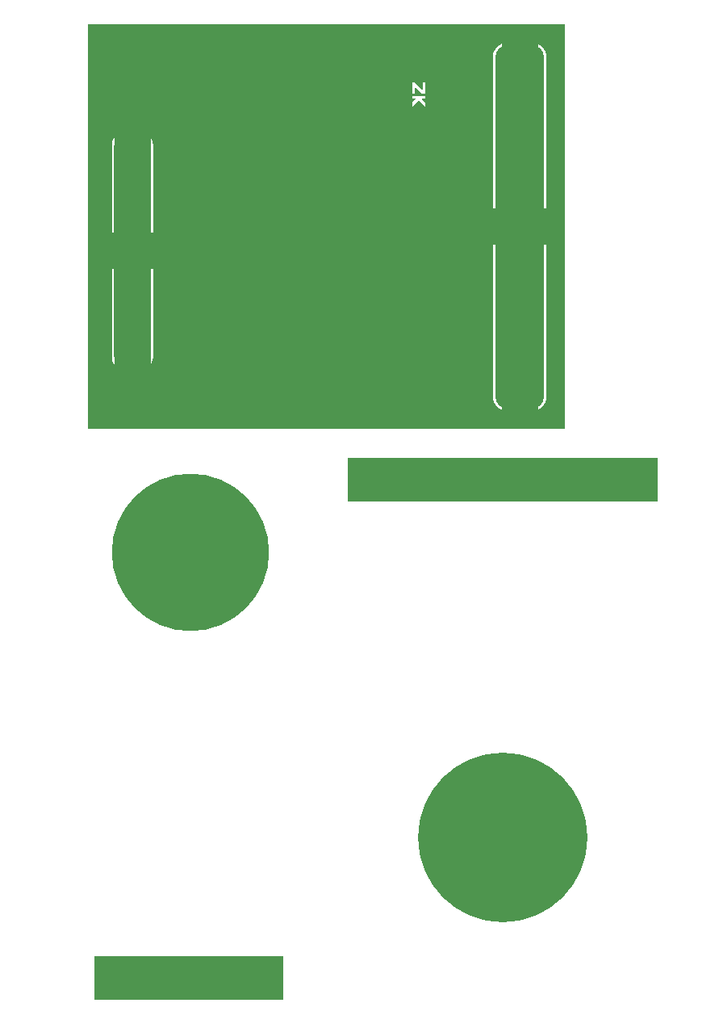
<source format=gtl>
G04*
G04 #@! TF.GenerationSoftware,Altium Limited,Altium Designer,19.1.8 (144)*
G04*
G04 Layer_Physical_Order=1*
G04 Layer_Color=255*
%FSLAX24Y24*%
%MOIN*%
G70*
G01*
G75*
%ADD10C,0.7000*%
%ADD11R,1.2800X0.1800*%
%ADD12R,0.7800X0.1800*%
G04:AMPARAMS|DCode=13|XSize=1500mil|YSize=200mil|CornerRadius=50mil|HoleSize=0mil|Usage=FLASHONLY|Rotation=90.000|XOffset=0mil|YOffset=0mil|HoleType=Round|Shape=RoundedRectangle|*
%AMROUNDEDRECTD13*
21,1,1.5000,0.1000,0,0,90.0*
21,1,1.4000,0.2000,0,0,90.0*
1,1,0.1000,0.0500,0.7000*
1,1,0.1000,0.0500,-0.7000*
1,1,0.1000,-0.0500,-0.7000*
1,1,0.1000,-0.0500,0.7000*
%
%ADD13ROUNDEDRECTD13*%
G04:AMPARAMS|DCode=14|XSize=950mil|YSize=150mil|CornerRadius=37.5mil|HoleSize=0mil|Usage=FLASHONLY|Rotation=90.000|XOffset=0mil|YOffset=0mil|HoleType=Round|Shape=RoundedRectangle|*
%AMROUNDEDRECTD14*
21,1,0.9500,0.0750,0,0,90.0*
21,1,0.8750,0.1500,0,0,90.0*
1,1,0.0750,0.0375,0.4375*
1,1,0.0750,0.0375,-0.4375*
1,1,0.0750,-0.0375,-0.4375*
1,1,0.0750,-0.0375,0.4375*
%
%ADD14ROUNDEDRECTD14*%
%ADD15C,0.6500*%
G36*
X22347Y38347D02*
Y21653D01*
X2653D01*
Y38347D01*
X22347Y38347D01*
D02*
G37*
%LPC*%
G36*
X3646Y33375D02*
Y29750D01*
X3750D01*
Y33667D01*
X3710Y33615D01*
X3662Y33499D01*
X3646Y33375D01*
D02*
G37*
G36*
Y28250D02*
Y24625D01*
X3662Y24501D01*
X3710Y24385D01*
X3750Y24333D01*
Y28250D01*
X3646D01*
D02*
G37*
G36*
X5250Y33667D02*
Y29750D01*
X5354D01*
Y33375D01*
X5338Y33499D01*
X5290Y33615D01*
X5250Y33667D01*
D02*
G37*
G36*
Y28250D02*
Y24333D01*
X5290Y24385D01*
X5338Y24501D01*
X5354Y24625D01*
Y28250D01*
X5250D01*
D02*
G37*
G36*
X16045Y35950D02*
Y35500D01*
X16155Y35500D01*
X16155Y35787D01*
X16164Y35791D01*
X16455Y35500D01*
X16595Y35500D01*
Y35950D01*
X16505Y35950D01*
X16505Y35613D01*
X16496Y35609D01*
X16155Y35950D01*
X16045Y35950D01*
D02*
G37*
G36*
X16055Y34950D02*
X16330Y35225D01*
X16605Y34950D01*
Y35100D01*
X16455Y35250D01*
Y35300D01*
X16605D01*
Y35400D01*
X16055D01*
Y35300D01*
X16192D01*
X16196Y35291D01*
X16055Y35150D01*
X16055Y34950D01*
D02*
G37*
G36*
X19397Y37000D02*
Y30750D01*
X19750D01*
Y37547D01*
X19665Y37501D01*
X19574Y37426D01*
X19499Y37335D01*
X19443Y37231D01*
X19409Y37118D01*
X19397Y37000D01*
D02*
G37*
G36*
Y29250D02*
Y23000D01*
X19409Y22882D01*
X19443Y22769D01*
X19499Y22665D01*
X19574Y22574D01*
X19665Y22499D01*
X19750Y22453D01*
Y29250D01*
X19397D01*
D02*
G37*
G36*
X21250Y37547D02*
Y30750D01*
X21603D01*
Y37000D01*
X21591Y37118D01*
X21557Y37231D01*
X21501Y37335D01*
X21426Y37426D01*
X21335Y37501D01*
X21250Y37547D01*
D02*
G37*
G36*
Y29250D02*
Y22453D01*
X21335Y22499D01*
X21426Y22574D01*
X21501Y22665D01*
X21557Y22769D01*
X21591Y22882D01*
X21603Y23000D01*
Y29250D01*
X21250D01*
D02*
G37*
%LPD*%
D10*
X19800Y4800D02*
D03*
D11*
Y19550D02*
D03*
D12*
X6827Y-1000D02*
D03*
D13*
X20500Y30000D02*
D03*
D14*
X4500Y29000D02*
D03*
D15*
X6900Y16550D02*
D03*
M02*

</source>
